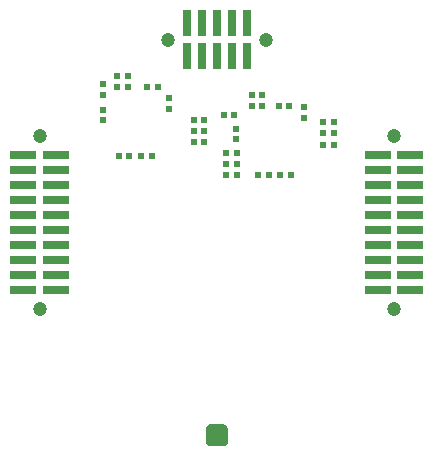
<source format=gbs>
G04 #@! TF.FileFunction,Soldermask,Bot*
%FSLAX46Y46*%
G04 Gerber Fmt 4.6, Leading zero omitted, Abs format (unit mm)*
G04 Created by KiCad (PCBNEW 4.1.0-alpha+201605071002+6776~44~ubuntu14.04.1-product) date Tue 05 Jul 2016 00:44:42 BST*
%MOMM*%
%LPD*%
G01*
G04 APERTURE LIST*
%ADD10C,0.100000*%
%ADD11R,0.620000X0.620000*%
%ADD12R,2.220000X0.740000*%
%ADD13C,1.200000*%
%ADD14R,0.740000X2.220000*%
G04 APERTURE END LIST*
D10*
G36*
X100521558Y-117052287D02*
X100567668Y-117059127D01*
X100612885Y-117070453D01*
X100656775Y-117086157D01*
X100698913Y-117106087D01*
X100738896Y-117130052D01*
X100776337Y-117157820D01*
X100810876Y-117189124D01*
X100842180Y-117223663D01*
X100869948Y-117261104D01*
X100893913Y-117301087D01*
X100913843Y-117343225D01*
X100929547Y-117387115D01*
X100940873Y-117432332D01*
X100947713Y-117478442D01*
X100950000Y-117525000D01*
X100950000Y-118475000D01*
X100947713Y-118521558D01*
X100940873Y-118567668D01*
X100929547Y-118612885D01*
X100913843Y-118656775D01*
X100893913Y-118698913D01*
X100869948Y-118738896D01*
X100842180Y-118776337D01*
X100810876Y-118810876D01*
X100776337Y-118842180D01*
X100738896Y-118869948D01*
X100698913Y-118893913D01*
X100656775Y-118913843D01*
X100612885Y-118929547D01*
X100567668Y-118940873D01*
X100521558Y-118947713D01*
X100475000Y-118950000D01*
X99525000Y-118950000D01*
X99478442Y-118947713D01*
X99432332Y-118940873D01*
X99387115Y-118929547D01*
X99343225Y-118913843D01*
X99301087Y-118893913D01*
X99261104Y-118869948D01*
X99223663Y-118842180D01*
X99189124Y-118810876D01*
X99157820Y-118776337D01*
X99130052Y-118738896D01*
X99106087Y-118698913D01*
X99086157Y-118656775D01*
X99070453Y-118612885D01*
X99059127Y-118567668D01*
X99052287Y-118521558D01*
X99050000Y-118475000D01*
X99050000Y-117525000D01*
X99052287Y-117478442D01*
X99059127Y-117432332D01*
X99070453Y-117387115D01*
X99086157Y-117343225D01*
X99106087Y-117301087D01*
X99130052Y-117261104D01*
X99157820Y-117223663D01*
X99189124Y-117189124D01*
X99223663Y-117157820D01*
X99261104Y-117130052D01*
X99301087Y-117106087D01*
X99343225Y-117086157D01*
X99387115Y-117070453D01*
X99432332Y-117059127D01*
X99478442Y-117052287D01*
X99525000Y-117050000D01*
X100475000Y-117050000D01*
X100521558Y-117052287D01*
X100521558Y-117052287D01*
G37*
D11*
X105380000Y-96000000D03*
X106280000Y-96000000D03*
X93590000Y-94380000D03*
X94490000Y-94380000D03*
X95930000Y-89440000D03*
X95930000Y-90340000D03*
X107400000Y-90200000D03*
X107400000Y-91100000D03*
X92475000Y-87600000D03*
X91575000Y-87600000D03*
X92475000Y-88525000D03*
X91575000Y-88525000D03*
X98050000Y-91275000D03*
X98950000Y-91275000D03*
X95000000Y-88525000D03*
X94100000Y-88525000D03*
X101700000Y-96000000D03*
X100800000Y-96000000D03*
X103850000Y-89170000D03*
X102950000Y-89170000D03*
X103850000Y-90110000D03*
X102950000Y-90110000D03*
X109000000Y-91500000D03*
X109900000Y-91500000D03*
D12*
X113635000Y-94285000D03*
X116365000Y-94285000D03*
X113635000Y-95555000D03*
X116365000Y-95555000D03*
X113635000Y-96825000D03*
X116365000Y-96825000D03*
X113635000Y-98095000D03*
X116365000Y-98095000D03*
X113635000Y-99365000D03*
X116365000Y-99365000D03*
X113635000Y-100635000D03*
X116365000Y-100635000D03*
X113635000Y-101905000D03*
X116365000Y-101905000D03*
X113635000Y-103175000D03*
X116365000Y-103175000D03*
X113635000Y-104445000D03*
X116365000Y-104445000D03*
X113635000Y-105715000D03*
X116365000Y-105715000D03*
D13*
X115000000Y-107305000D03*
X115000000Y-92695000D03*
D12*
X83635000Y-94285000D03*
X86365000Y-94285000D03*
X83635000Y-95555000D03*
X86365000Y-95555000D03*
X83635000Y-96825000D03*
X86365000Y-96825000D03*
X83635000Y-98095000D03*
X86365000Y-98095000D03*
X83635000Y-99365000D03*
X86365000Y-99365000D03*
X83635000Y-100635000D03*
X86365000Y-100635000D03*
X83635000Y-101905000D03*
X86365000Y-101905000D03*
X83635000Y-103175000D03*
X86365000Y-103175000D03*
X83635000Y-104445000D03*
X86365000Y-104445000D03*
X83635000Y-105715000D03*
X86365000Y-105715000D03*
D13*
X85000000Y-107305000D03*
X85000000Y-92695000D03*
D11*
X90350000Y-90425000D03*
X90350000Y-91325000D03*
X91700000Y-94375000D03*
X92600000Y-94375000D03*
X90350000Y-89200000D03*
X90350000Y-88300000D03*
X98950000Y-93150000D03*
X98050000Y-93150000D03*
X98950000Y-92200000D03*
X98050000Y-92200000D03*
X101650000Y-92050000D03*
X101650000Y-92950000D03*
X103500000Y-96000000D03*
X104400000Y-96000000D03*
X100800000Y-95050000D03*
X101700000Y-95050000D03*
X101480000Y-90870000D03*
X100580000Y-90870000D03*
X100800000Y-94100000D03*
X101700000Y-94100000D03*
X109900000Y-92450000D03*
X109000000Y-92450000D03*
X106150000Y-90150000D03*
X105250000Y-90150000D03*
X109900000Y-93400000D03*
X109000000Y-93400000D03*
D14*
X97460000Y-85865000D03*
X97460000Y-83135000D03*
X98730000Y-85865000D03*
X98730000Y-83135000D03*
X100000000Y-85865000D03*
X100000000Y-83135000D03*
X101270000Y-85865000D03*
X101270000Y-83135000D03*
X102540000Y-85865000D03*
X102540000Y-83135000D03*
D13*
X104130000Y-84500000D03*
X95870000Y-84500000D03*
M02*

</source>
